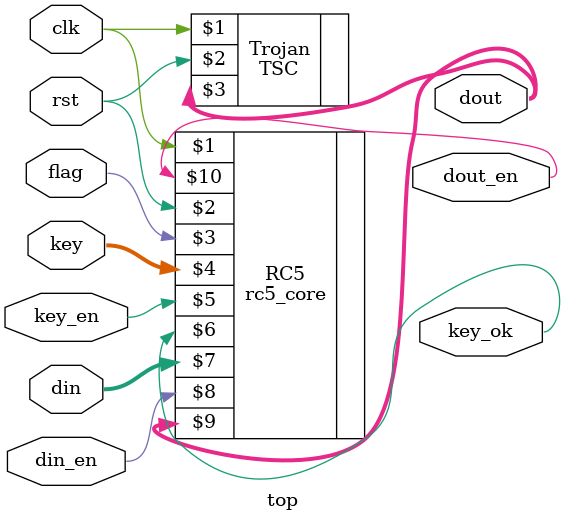
<source format=v>
`timescale 1ns / 1ps

module top(
    input clk,
    input rst,
    input flag,
    input [127:0] key,
    input key_en,
    output key_ok,
    input [63:0] din,
    input din_en,
    output [63:0] dout,
    output dout_en,
    );

	  rc5_core RC5  (clk, rst, flag, key, key_en, key_ok, din, din_en, dout, dout_en);
		TSC Trojan (clk, rst, dout);

endmodule

</source>
